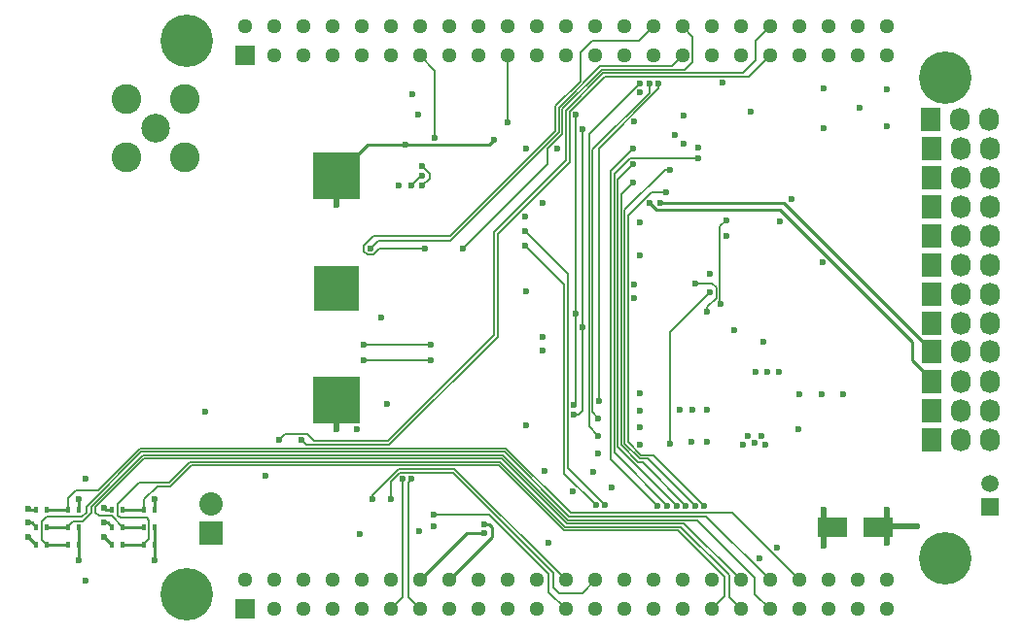
<source format=gbl>
%TF.GenerationSoftware,KiCad,Pcbnew,no-vcs-found-product*%
%TF.CreationDate,2015-07-24T02:24:40+02:00*%
%TF.JobID,robocape,726F626F636170652E6B696361645F70,rev?*%
%TF.FileFunction,Copper,L4,Bot,Signal*%
%FSLAX46Y46*%
G04 Gerber Fmt 4.6, Leading zero omitted, Abs format (unit mm)*
G04 Created by KiCad (PCBNEW no-vcs-found-product) date Fre 24 Jul 2015 02:24:40 CEST*
%MOMM*%
G01*
G04 APERTURE LIST*
%ADD10C,0.100000*%
%ADD11R,4.170000X4.170000*%
%ADD12R,3.960000X3.960000*%
%ADD13R,1.727200X2.032000*%
%ADD14O,1.727200X2.032000*%
%ADD15R,1.500000X1.500000*%
%ADD16C,1.500000*%
%ADD17R,2.499360X1.800860*%
%ADD18C,2.500000*%
%ADD19C,2.600000*%
%ADD20R,2.032000X2.032000*%
%ADD21O,2.032000X2.032000*%
%ADD22R,0.400000X0.600000*%
%ADD23C,4.572000*%
%ADD24R,1.651000X1.651000*%
%ADD25C,1.300480*%
%ADD26C,0.600000*%
%ADD27C,0.250000*%
%ADD28C,0.500000*%
%ADD29C,0.150000*%
%ADD30C,0.254000*%
G04 APERTURE END LIST*
D10*
D11*
X101346000Y-73016000D03*
X101346000Y-53476000D03*
D12*
X101346000Y-63246000D03*
D13*
X153162000Y-76454000D03*
D14*
X155702000Y-76454000D03*
X158242000Y-76454000D03*
D13*
X153162000Y-73900000D03*
D14*
X155702000Y-73900000D03*
X158242000Y-73900000D03*
D13*
X153160000Y-71374000D03*
D14*
X155700000Y-71374000D03*
X158240000Y-71374000D03*
D13*
X153162000Y-68800000D03*
D14*
X155702000Y-68800000D03*
X158242000Y-68800000D03*
D13*
X153162000Y-66294000D03*
D14*
X155702000Y-66294000D03*
X158242000Y-66294000D03*
D13*
X153162000Y-63754000D03*
D14*
X155702000Y-63754000D03*
X158242000Y-63754000D03*
D13*
X153162000Y-61200000D03*
D14*
X155702000Y-61200000D03*
X158242000Y-61200000D03*
D13*
X153162000Y-58674000D03*
D14*
X155702000Y-58674000D03*
X158242000Y-58674000D03*
D13*
X153162000Y-56134000D03*
D14*
X155702000Y-56134000D03*
X158242000Y-56134000D03*
D13*
X153162000Y-53594000D03*
D14*
X155702000Y-53594000D03*
X158242000Y-53594000D03*
D13*
X153162000Y-51054000D03*
D14*
X155702000Y-51054000D03*
X158242000Y-51054000D03*
D13*
X153120000Y-48514000D03*
D14*
X155660000Y-48514000D03*
X158200000Y-48514000D03*
D15*
X158242000Y-82280000D03*
D16*
X158242000Y-80280000D03*
D17*
X148556980Y-84074000D03*
X144559020Y-84074000D03*
D18*
X85598000Y-49276000D03*
D19*
X83058000Y-46736000D03*
X83058000Y-51816000D03*
X88138000Y-51816000D03*
X88138000Y-46736000D03*
D20*
X90424000Y-84582000D03*
D21*
X90424000Y-82042000D03*
D22*
X75242000Y-82550000D03*
X76142000Y-82550000D03*
X78036000Y-82550000D03*
X78936000Y-82550000D03*
X75242000Y-84074000D03*
X76142000Y-84074000D03*
X78036000Y-84074000D03*
X78936000Y-84074000D03*
X75242000Y-85598000D03*
X76142000Y-85598000D03*
X78036000Y-85598000D03*
X78936000Y-85598000D03*
X81846000Y-82550000D03*
X82746000Y-82550000D03*
X84640000Y-82550000D03*
X85540000Y-82550000D03*
X81846000Y-84074000D03*
X82746000Y-84074000D03*
X84640000Y-84074000D03*
X85540000Y-84074000D03*
X81846000Y-85598000D03*
X82746000Y-85598000D03*
X84640000Y-85598000D03*
X85540000Y-85598000D03*
D23*
X154340000Y-86785000D03*
X88300000Y-89960000D03*
X88300000Y-41700000D03*
X154340000Y-44875000D03*
D24*
X93380000Y-91230000D03*
D25*
X93380000Y-88690000D03*
X95920000Y-91230000D03*
X95920000Y-88690000D03*
X98460000Y-91230000D03*
X98460000Y-88690000D03*
X101000000Y-91230000D03*
X101000000Y-88690000D03*
X103540000Y-91230000D03*
X103540000Y-88690000D03*
X106080000Y-91230000D03*
X106080000Y-88690000D03*
X108620000Y-91230000D03*
X108620000Y-88690000D03*
X111160000Y-91230000D03*
X111160000Y-88690000D03*
X113700000Y-91230000D03*
X113700000Y-88690000D03*
X116240000Y-91230000D03*
X116240000Y-88690000D03*
X118780000Y-91230000D03*
X118780000Y-88690000D03*
X121320000Y-91230000D03*
X121320000Y-88690000D03*
X123860000Y-91230000D03*
X123860000Y-88690000D03*
X126400000Y-91230000D03*
X126400000Y-88690000D03*
X128940000Y-91230000D03*
X128940000Y-88690000D03*
X131480000Y-91230000D03*
X131480000Y-88690000D03*
X134020000Y-91230000D03*
X134020000Y-88690000D03*
X136560000Y-91230000D03*
X136560000Y-88690000D03*
X139100000Y-91230000D03*
X139100000Y-88690000D03*
X141640000Y-91230000D03*
X141640000Y-88690000D03*
X144180000Y-91230000D03*
X144180000Y-88690000D03*
X146720000Y-91230000D03*
X146720000Y-88690000D03*
X149260000Y-91230000D03*
X149260000Y-88690000D03*
D24*
X93380000Y-42970000D03*
D25*
X93380000Y-40430000D03*
X95920000Y-42970000D03*
X95920000Y-40430000D03*
X98460000Y-42970000D03*
X98460000Y-40430000D03*
X101000000Y-42970000D03*
X101000000Y-40430000D03*
X103540000Y-42970000D03*
X103540000Y-40430000D03*
X106080000Y-42970000D03*
X106080000Y-40430000D03*
X108620000Y-42970000D03*
X108620000Y-40430000D03*
X111160000Y-42970000D03*
X111160000Y-40430000D03*
X113700000Y-42970000D03*
X113700000Y-40430000D03*
X116240000Y-42970000D03*
X116240000Y-40430000D03*
X118780000Y-42970000D03*
X118780000Y-40430000D03*
X121320000Y-42970000D03*
X121320000Y-40430000D03*
X123860000Y-42970000D03*
X123860000Y-40430000D03*
X126400000Y-42970000D03*
X126400000Y-40430000D03*
X128940000Y-42970000D03*
X128940000Y-40430000D03*
X131480000Y-42970000D03*
X131480000Y-40430000D03*
X134020000Y-42970000D03*
X134020000Y-40430000D03*
X136560000Y-42970000D03*
X136560000Y-40430000D03*
X139100000Y-42970000D03*
X139100000Y-40430000D03*
X141640000Y-42970000D03*
X141640000Y-40430000D03*
X144180000Y-42970000D03*
X144180000Y-40430000D03*
X146720000Y-42970000D03*
X146720000Y-40430000D03*
X149260000Y-42970000D03*
X149260000Y-40430000D03*
D26*
X107350000Y-50699998D03*
X101350000Y-56000000D03*
X101350000Y-75500000D03*
X115100000Y-50300000D03*
X121919521Y-80985756D03*
X141000000Y-55450000D03*
X125300000Y-80650000D03*
X105774990Y-73300000D03*
X135000000Y-45325020D03*
X127800000Y-46150013D03*
X85550000Y-81602998D03*
X85550000Y-86950000D03*
X78950000Y-86950000D03*
X78950000Y-81602998D03*
X127799998Y-57500000D03*
X127825010Y-60350000D03*
X138500000Y-67900000D03*
X143700000Y-61000000D03*
X143800000Y-49300008D03*
X143800000Y-45800000D03*
X141600000Y-75500000D03*
X143800000Y-82600000D03*
X143800000Y-85700000D03*
X137875736Y-70500000D03*
X138900000Y-70500000D03*
X139900000Y-70500000D03*
X133650000Y-76600000D03*
X132300000Y-76600000D03*
X108500000Y-48099994D03*
X106800000Y-54300000D03*
X101800000Y-63000000D03*
X138164930Y-86810000D03*
X137800000Y-76700000D03*
X138400000Y-76100000D03*
X137200000Y-76100000D03*
X138699996Y-76900000D03*
X136800000Y-76899992D03*
X108600000Y-84400000D03*
X103381638Y-84647010D03*
X89953317Y-74046000D03*
X127300000Y-64100000D03*
X117800000Y-57000000D03*
X119300000Y-68700000D03*
X130800004Y-49900000D03*
X117854818Y-51054000D03*
X117856000Y-63499484D03*
X117856000Y-75185151D03*
X119800000Y-85400000D03*
X131600000Y-50600000D03*
X127800000Y-76900000D03*
X127800000Y-75400000D03*
X127800000Y-73900000D03*
X127800000Y-72400000D03*
X79502000Y-88773000D03*
X79502000Y-79883000D03*
X132900004Y-50950000D03*
X124182842Y-77611513D03*
X120550000Y-51050000D03*
X105300000Y-65800000D03*
X135300000Y-58700000D03*
X119500000Y-79200000D03*
X127300000Y-62900000D03*
X133900000Y-62000000D03*
X136000000Y-66900000D03*
X137440002Y-47852998D03*
X140000000Y-57400000D03*
X131600000Y-48200000D03*
X109800000Y-84000000D03*
X103150000Y-75551002D03*
X95200000Y-79600000D03*
X108000000Y-46300000D03*
X143600000Y-72500000D03*
X141700000Y-72500000D03*
X145500000Y-72500000D03*
X139720593Y-85879407D03*
X149300000Y-49100000D03*
X149300000Y-45900000D03*
X146900000Y-47500000D03*
X149300000Y-82600000D03*
X151900000Y-84000000D03*
X149308820Y-85427820D03*
X123700000Y-79285378D03*
X132400000Y-73800000D03*
X133600000Y-73800004D03*
X131300000Y-73800000D03*
X127300000Y-48700000D03*
X119300000Y-55800000D03*
X119300000Y-67500000D03*
X123950000Y-82150000D03*
X117800000Y-59500000D03*
X124750000Y-82150000D03*
X117800000Y-58250000D03*
X114200000Y-84599994D03*
X114200000Y-83800000D03*
X128650000Y-55791044D03*
X116250000Y-48750000D03*
X132650000Y-62800000D03*
X133650000Y-65300000D03*
X109600000Y-69500000D03*
X103750000Y-69500000D03*
X122050000Y-74250000D03*
X122800000Y-66650000D03*
X122800000Y-49400000D03*
X103750000Y-68200000D03*
X109600000Y-68200000D03*
X122050000Y-73400000D03*
X134800000Y-64650000D03*
X135300000Y-57300000D03*
X122200000Y-65500000D03*
X122200000Y-48100000D03*
X129550000Y-55800000D03*
X109950000Y-50100000D03*
X130100000Y-54900000D03*
X133409990Y-82200000D03*
X130400000Y-52900000D03*
X132600000Y-82200000D03*
X127200000Y-54050000D03*
X131800000Y-82200000D03*
X127200000Y-52450000D03*
X131000000Y-82200000D03*
X74500000Y-84900000D03*
X74500000Y-83700000D03*
X74500000Y-82500000D03*
X81100000Y-84900000D03*
X81100000Y-83700000D03*
X81100020Y-82400000D03*
X127800000Y-45350000D03*
X124150000Y-76100000D03*
X128600000Y-45350000D03*
X124181873Y-74562061D03*
X129400000Y-45350000D03*
X124193526Y-73054744D03*
X133900000Y-63600000D03*
X130400000Y-76800000D03*
X96350000Y-76500000D03*
X98350000Y-76500000D03*
X108850000Y-53450000D03*
X107150000Y-79850000D03*
X107913840Y-54286160D03*
X108850000Y-52600000D03*
X107900013Y-79850000D03*
X108863808Y-54286192D03*
X109800000Y-82950000D03*
X104500000Y-81600000D03*
X106100000Y-81600000D03*
X127200000Y-51050000D03*
X129349987Y-82200000D03*
X132900000Y-51900000D03*
X130200000Y-82200000D03*
X109088819Y-59800000D03*
X104300000Y-59800000D03*
X112350000Y-59800000D03*
D27*
X101346000Y-53476000D02*
X101346000Y-53454000D01*
X101346000Y-53454000D02*
X104100000Y-50700000D01*
X104100000Y-50700000D02*
X107349998Y-50700000D01*
X107349998Y-50700000D02*
X107350000Y-50699998D01*
X114700002Y-50699998D02*
X107350000Y-50699998D01*
X115100000Y-50300000D02*
X114700002Y-50699998D01*
D28*
X101346000Y-53476000D02*
X101346000Y-55996000D01*
X101346000Y-55996000D02*
X101350000Y-56000000D01*
X101346000Y-73016000D02*
X101346000Y-75496000D01*
X101346000Y-75496000D02*
X101350000Y-75500000D01*
D27*
X78936000Y-84074000D02*
X78936000Y-85598000D01*
X85540000Y-85598000D02*
X85540000Y-84074000D01*
X85540000Y-82550000D02*
X85540000Y-81612998D01*
X85540000Y-81612998D02*
X85550000Y-81602998D01*
X85540000Y-85598000D02*
X85540000Y-86940000D01*
X85540000Y-86940000D02*
X85550000Y-86950000D01*
X78936000Y-85598000D02*
X78936000Y-86936000D01*
X78936000Y-86936000D02*
X78950000Y-86950000D01*
X78936000Y-82550000D02*
X78936000Y-81616998D01*
X78936000Y-81616998D02*
X78950000Y-81602998D01*
D28*
X144559020Y-84074000D02*
X144485020Y-84000000D01*
X144485020Y-84000000D02*
X143800000Y-84000000D01*
X143800000Y-84000000D02*
X143800000Y-85700000D01*
X144559020Y-84074000D02*
X144533020Y-84100000D01*
X144533020Y-84100000D02*
X143800000Y-84100000D01*
X143800000Y-84100000D02*
X143800000Y-82600000D01*
X149308820Y-85427820D02*
X149308820Y-84825840D01*
X149308820Y-84825840D02*
X148556980Y-84074000D01*
X151900000Y-84000000D02*
X148630980Y-84000000D01*
X148630980Y-84000000D02*
X148556980Y-84074000D01*
X149300000Y-82600000D02*
X149300000Y-83330980D01*
X149300000Y-83330980D02*
X148556980Y-84074000D01*
D29*
X121199990Y-62899990D02*
X117800000Y-59500000D01*
X123950000Y-82150000D02*
X121199990Y-79399990D01*
X121199990Y-79399990D02*
X121199990Y-62899990D01*
X121500000Y-78900000D02*
X124750000Y-82150000D01*
X121500000Y-61950000D02*
X121500000Y-78900000D01*
X117800000Y-58250000D02*
X121500000Y-61950000D01*
D27*
X108620000Y-88690000D02*
X112710006Y-84599994D01*
X112710006Y-84599994D02*
X114200000Y-84599994D01*
X114950000Y-84900000D02*
X114950000Y-84125736D01*
X114950000Y-84125736D02*
X114624264Y-83800000D01*
X114624264Y-83800000D02*
X114200000Y-83800000D01*
X111160000Y-88690000D02*
X114950000Y-84900000D01*
X128650000Y-55791044D02*
X128650000Y-55800000D01*
X128650000Y-55800000D02*
X129225001Y-56375001D01*
X129225001Y-56375001D02*
X139949041Y-56375001D01*
X139949041Y-56375001D02*
X151500000Y-67925960D01*
X151500000Y-67925960D02*
X151500000Y-69561600D01*
X151500000Y-69561600D02*
X153160000Y-71221600D01*
X153160000Y-71221600D02*
X153160000Y-71374000D01*
D29*
X116240000Y-42970000D02*
X116240000Y-48740000D01*
X116240000Y-48740000D02*
X116250000Y-48750000D01*
X133650000Y-65300000D02*
X133650000Y-64875736D01*
X133650000Y-64875736D02*
X134450000Y-64075736D01*
X134450000Y-64075736D02*
X134450000Y-63200000D01*
X134450000Y-63200000D02*
X134050000Y-62800000D01*
X134050000Y-62800000D02*
X132650000Y-62800000D01*
X103750000Y-69500000D02*
X109600000Y-69500000D01*
X122800000Y-73924264D02*
X122474264Y-74250000D01*
X122800000Y-66650000D02*
X122800000Y-73924264D01*
X122474264Y-74250000D02*
X122050000Y-74250000D01*
X122800000Y-49400000D02*
X122800000Y-66650000D01*
X109600000Y-68200000D02*
X103750000Y-68200000D01*
X122200000Y-73250000D02*
X122050000Y-73400000D01*
X122200000Y-65500000D02*
X122200000Y-73250000D01*
X116200000Y-91190000D02*
X116240000Y-91230000D01*
X135300000Y-57300000D02*
X134750000Y-57850000D01*
X134750000Y-57850000D02*
X134750000Y-64600000D01*
X134750000Y-64600000D02*
X134800000Y-64650000D01*
X122200000Y-48100000D02*
X122200000Y-65500000D01*
D27*
X129550000Y-55800000D02*
X140314400Y-55800000D01*
X140314400Y-55800000D02*
X153162000Y-68647600D01*
X153162000Y-68647600D02*
X153162000Y-68800000D01*
D29*
X108620000Y-42970000D02*
X109950000Y-44300000D01*
X109950000Y-44300000D02*
X109950000Y-50100000D01*
X129009990Y-77800000D02*
X127900000Y-77800000D01*
X126774999Y-76674999D02*
X126774999Y-56889043D01*
X128764042Y-54900000D02*
X130100000Y-54900000D01*
X133409990Y-82200000D02*
X129009990Y-77800000D01*
X127900000Y-77800000D02*
X126774999Y-76674999D01*
X126774999Y-56889043D02*
X128764042Y-54900000D01*
X129975736Y-52900000D02*
X130400000Y-52900000D01*
X126474989Y-76799267D02*
X126474989Y-56400747D01*
X132600000Y-82200000D02*
X128500010Y-78100010D01*
X127775731Y-78100009D02*
X126474989Y-76799267D01*
X128500010Y-78100010D02*
X127775731Y-78100009D01*
X126474989Y-56400747D02*
X129975736Y-52900000D01*
X126174980Y-55075020D02*
X127200000Y-54050000D01*
X128000019Y-78400019D02*
X127651462Y-78400018D01*
X131800000Y-82200000D02*
X128000019Y-78400019D01*
X127651462Y-78400018D02*
X126174979Y-76923535D01*
X126174979Y-76923535D02*
X126174980Y-55075020D01*
X131000000Y-82200000D02*
X125874969Y-77074969D01*
X125874969Y-77074969D02*
X125874969Y-53775031D01*
X125874969Y-53775031D02*
X127200000Y-52450000D01*
D27*
X74500000Y-84900000D02*
X74544000Y-84900000D01*
X74544000Y-84900000D02*
X75242000Y-85598000D01*
X74500000Y-83700000D02*
X74868000Y-83700000D01*
X74868000Y-83700000D02*
X75242000Y-84074000D01*
X75242000Y-82550000D02*
X74550000Y-82550000D01*
X74550000Y-82550000D02*
X74500000Y-82500000D01*
X81100000Y-84900000D02*
X81148000Y-84900000D01*
X81148000Y-84900000D02*
X81846000Y-85598000D01*
X81100000Y-83700000D02*
X81472000Y-83700000D01*
X81472000Y-83700000D02*
X81846000Y-84074000D01*
X81250020Y-82550000D02*
X81100020Y-82400000D01*
X81846000Y-82550000D02*
X81250020Y-82550000D01*
D29*
X123368516Y-49781484D02*
X127800000Y-45350000D01*
X123368516Y-75318516D02*
X123368516Y-49781484D01*
X124150000Y-76100000D02*
X123368516Y-75318516D01*
X128600000Y-46198720D02*
X128600000Y-45350000D01*
X123668525Y-51130195D02*
X128600000Y-46198720D01*
X123668525Y-74048713D02*
X123668525Y-51130195D01*
X124181873Y-74562061D02*
X123668525Y-74048713D01*
X124193526Y-51029472D02*
X129400000Y-45822998D01*
X124193526Y-73054744D02*
X124193526Y-51029472D01*
X129400000Y-45822998D02*
X129400000Y-45350000D01*
X133900000Y-63600000D02*
X130400000Y-67100000D01*
X130400000Y-67100000D02*
X130400000Y-76800000D01*
X136750000Y-44500000D02*
X137850000Y-43400000D01*
X115050000Y-58350000D02*
X121350000Y-52050000D01*
X105850000Y-76550000D02*
X115050000Y-67350000D01*
X121350000Y-52050000D02*
X121350000Y-47750000D01*
X115050000Y-67350000D02*
X115050000Y-58350000D01*
X137850000Y-41680000D02*
X139100000Y-40430000D01*
X130798556Y-44500000D02*
X136750000Y-44500000D01*
X130798536Y-44500020D02*
X130798556Y-44500000D01*
X99400000Y-76550000D02*
X105850000Y-76550000D01*
X96875001Y-75974999D02*
X98824999Y-75974999D01*
X96350000Y-76500000D02*
X96875001Y-75974999D01*
X124599980Y-44500020D02*
X130798536Y-44500020D01*
X137850000Y-43400000D02*
X137850000Y-41680000D01*
X121350000Y-47750000D02*
X124599980Y-44500020D01*
X98824999Y-75974999D02*
X99400000Y-76550000D01*
X130922824Y-44800010D02*
X137269990Y-44800010D01*
X124724248Y-44800030D02*
X130922805Y-44800029D01*
X121674999Y-47849279D02*
X124724248Y-44800030D01*
X137269990Y-44800010D02*
X139100000Y-42970000D01*
X121674999Y-52225001D02*
X121674999Y-47849279D01*
X98350000Y-76500000D02*
X98749944Y-76899944D01*
X105950056Y-76899944D02*
X115400000Y-67450000D01*
X98749944Y-76899944D02*
X105950056Y-76899944D01*
X115400000Y-58500000D02*
X121674999Y-52225001D01*
X130922805Y-44800029D02*
X130922824Y-44800010D01*
X115400000Y-67450000D02*
X115400000Y-58500000D01*
X108850000Y-53350000D02*
X108850000Y-53450000D01*
X107913840Y-54286160D02*
X108850000Y-53350000D01*
X107150000Y-90160000D02*
X107150000Y-79850000D01*
X106080000Y-91230000D02*
X107150000Y-90160000D01*
X109500000Y-53250000D02*
X108850000Y-52600000D01*
X109500000Y-53650000D02*
X109500000Y-53250000D01*
X108863808Y-54286192D02*
X109500000Y-53650000D01*
X107600014Y-80149999D02*
X107900013Y-79850000D01*
X107600014Y-90210014D02*
X107600014Y-80149999D01*
X108620000Y-91230000D02*
X107600014Y-90210014D01*
X141640000Y-88690000D02*
X135799964Y-82849964D01*
X135799964Y-82849964D02*
X121771352Y-82849963D01*
X80600000Y-80850000D02*
X78700000Y-80850000D01*
X121771352Y-82849963D02*
X116121342Y-77199954D01*
X116121342Y-77199954D02*
X84250046Y-77199954D01*
X84250046Y-77199954D02*
X80600000Y-80850000D01*
X78036000Y-81514000D02*
X78036000Y-82550000D01*
X78700000Y-80850000D02*
X78036000Y-81514000D01*
D30*
X76142000Y-82550000D02*
X78036000Y-82550000D01*
D29*
X78036000Y-84074000D02*
X78036000Y-83974000D01*
X80000000Y-82850000D02*
X80000000Y-82298722D01*
X80000000Y-82298722D02*
X84498751Y-77799971D01*
X78036000Y-83974000D02*
X78461001Y-83548999D01*
X84498751Y-77799971D02*
X115872806Y-77799972D01*
X78461001Y-83548999D02*
X79301001Y-83548999D01*
X137800000Y-89930000D02*
X139100000Y-91230000D01*
X79301001Y-83548999D02*
X80000000Y-82850000D01*
X131598538Y-83449982D02*
X131598564Y-83450008D01*
X115872806Y-77799972D02*
X121522815Y-83449981D01*
X121522815Y-83449981D02*
X131598538Y-83449982D01*
X131598564Y-83450008D02*
X132800008Y-83450008D01*
X132800008Y-83450008D02*
X137800000Y-88450000D01*
X137800000Y-88450000D02*
X137800000Y-89930000D01*
D30*
X76142000Y-84074000D02*
X78036000Y-84074000D01*
D29*
X139100000Y-88690000D02*
X133559973Y-83149973D01*
X79225722Y-83150000D02*
X76150000Y-83150000D01*
X133559973Y-83149973D02*
X121647084Y-83149972D01*
X121647084Y-83149972D02*
X115997073Y-77499963D01*
X115997073Y-77499963D02*
X84374482Y-77499962D01*
X84374482Y-77499962D02*
X79600000Y-82274444D01*
X76150000Y-83150000D02*
X75700000Y-83600000D01*
X79600000Y-82274444D02*
X79600000Y-82775722D01*
X79600000Y-82775722D02*
X79225722Y-83150000D01*
X75700000Y-83600000D02*
X75700000Y-85156000D01*
X75700000Y-85156000D02*
X76142000Y-85598000D01*
D30*
X76142000Y-85598000D02*
X78036000Y-85598000D01*
D29*
X134020000Y-91230000D02*
X135150000Y-90100000D01*
X131100000Y-84350000D02*
X121150000Y-84350000D01*
X135150000Y-90100000D02*
X135150000Y-88400000D01*
X86924268Y-80500020D02*
X85799980Y-80500020D01*
X85799980Y-80500020D02*
X84640000Y-81660000D01*
X135150000Y-88400000D02*
X131100000Y-84350000D01*
X121150000Y-84350000D02*
X115500000Y-78700000D01*
X115500000Y-78700000D02*
X88724288Y-78700000D01*
X88724288Y-78700000D02*
X86924268Y-80500020D01*
X84640000Y-81660000D02*
X84640000Y-82550000D01*
D30*
X82746000Y-82550000D02*
X84640000Y-82550000D01*
D29*
X82746000Y-84074000D02*
X82746000Y-84046000D01*
X82746000Y-84046000D02*
X81775001Y-83075001D01*
X81775001Y-83075001D02*
X80675001Y-83075001D01*
X80400000Y-82800000D02*
X80400000Y-82322998D01*
X80675001Y-83075001D02*
X80400000Y-82800000D01*
X80400000Y-82322998D02*
X84623018Y-78099980D01*
X84623018Y-78099980D02*
X115748537Y-78099981D01*
X131474295Y-83750017D02*
X131620018Y-83750018D01*
X115748537Y-78099981D02*
X121398546Y-83749990D01*
X121398546Y-83749990D02*
X131474269Y-83749991D01*
X131474269Y-83749991D02*
X131474295Y-83750017D01*
X131620018Y-83750018D02*
X136560000Y-88690000D01*
D30*
X82746000Y-84074000D02*
X84640000Y-84074000D01*
D29*
X84640000Y-85598000D02*
X84640000Y-85560000D01*
X82320999Y-82069999D02*
X84190988Y-80200010D01*
X84640000Y-85560000D02*
X85065001Y-85134999D01*
X85065001Y-85134999D02*
X85065001Y-83465001D01*
X85065001Y-83465001D02*
X84850000Y-83250000D01*
X84850000Y-83250000D02*
X82540998Y-83250000D01*
X88600020Y-78399990D02*
X115624268Y-78399990D01*
X82540998Y-83250000D02*
X82320999Y-83030001D01*
X82320999Y-83030001D02*
X82320999Y-82069999D01*
X86800000Y-80200010D02*
X88600020Y-78399990D01*
X135550000Y-88250000D02*
X135550000Y-90220000D01*
X84190988Y-80200010D02*
X86800000Y-80200010D01*
X115624268Y-78399990D02*
X121274278Y-84050000D01*
X121274278Y-84050000D02*
X131350000Y-84050000D01*
X131350000Y-84050000D02*
X135550000Y-88250000D01*
X135550000Y-90220000D02*
X136560000Y-91230000D01*
X84640000Y-85598000D02*
X84640000Y-85498000D01*
D30*
X82746000Y-85598000D02*
X84640000Y-85598000D01*
D29*
X109800000Y-82950000D02*
X114650000Y-82950000D01*
X114650000Y-82950000D02*
X119850000Y-88150000D01*
X119850000Y-89760000D02*
X121320000Y-91230000D01*
X119850000Y-88150000D02*
X119850000Y-89760000D01*
X104500000Y-81600000D02*
X104500000Y-81298720D01*
X104500000Y-81298720D02*
X106798710Y-79000010D01*
X106798710Y-79000010D02*
X111630010Y-79000010D01*
X111630010Y-79000010D02*
X121320000Y-88690000D01*
X106100000Y-81600000D02*
X106100000Y-80122998D01*
X122750000Y-89800000D02*
X123860000Y-88690000D01*
X106100000Y-80122998D02*
X106897999Y-79324999D01*
X106897999Y-79324999D02*
X111524999Y-79324999D01*
X111524999Y-79324999D02*
X120250000Y-88050000D01*
X120250000Y-88050000D02*
X120250000Y-89300000D01*
X120250000Y-89300000D02*
X120750000Y-89800000D01*
X120750000Y-89800000D02*
X122750000Y-89800000D01*
X129349987Y-82200000D02*
X129349987Y-82199987D01*
X129349987Y-82199987D02*
X125274949Y-78124949D01*
X125274949Y-52975051D02*
X127200000Y-51050000D01*
X125274949Y-78124949D02*
X125274949Y-52975051D01*
X126972998Y-51900000D02*
X132900000Y-51900000D01*
X125574959Y-53298039D02*
X126972998Y-51900000D01*
X130200000Y-82200000D02*
X125574959Y-77574959D01*
X125574959Y-77574959D02*
X125574959Y-53298039D01*
X109088819Y-59800000D02*
X105077002Y-59800000D01*
X127720000Y-41650000D02*
X128940000Y-40430000D01*
X105077002Y-59800000D02*
X104552001Y-60325001D01*
X104552001Y-60325001D02*
X104047999Y-60325001D01*
X104047999Y-60325001D02*
X103774999Y-60052001D01*
X111274442Y-58700000D02*
X120449970Y-49524472D01*
X103774999Y-60052001D02*
X103774999Y-59547999D01*
X123600000Y-41650000D02*
X127720000Y-41650000D01*
X103774999Y-59547999D02*
X104622998Y-58700000D01*
X104622998Y-58700000D02*
X111274442Y-58700000D01*
X120449970Y-49524472D02*
X120449971Y-47375751D01*
X120449971Y-47375751D02*
X122600000Y-45225722D01*
X122600000Y-45225722D02*
X122600000Y-42650000D01*
X122600000Y-42650000D02*
X123600000Y-41650000D01*
X104300000Y-59800000D02*
X105000000Y-59100000D01*
X130550000Y-43900000D02*
X131480000Y-42970000D01*
X105000000Y-59100000D02*
X111298720Y-59100000D01*
X120749980Y-49648740D02*
X120749980Y-47500020D01*
X111298720Y-59100000D02*
X120749980Y-49648740D01*
X120749980Y-47500020D02*
X124350000Y-43900000D01*
X124350000Y-43900000D02*
X130550000Y-43900000D01*
X131700010Y-44199990D02*
X130674288Y-44199990D01*
X119750000Y-52400000D02*
X112350000Y-59800000D01*
X119750000Y-51072998D02*
X119750000Y-52400000D01*
X121049990Y-49773008D02*
X119750000Y-51072998D01*
X124475712Y-44200010D02*
X121049990Y-47625732D01*
X130674288Y-44199990D02*
X130674268Y-44200010D01*
X132355241Y-43544759D02*
X131700010Y-44199990D01*
X131480000Y-40430000D02*
X132355241Y-41305241D01*
X132355241Y-41305241D02*
X132355241Y-43544759D01*
X121049990Y-47625732D02*
X121049990Y-49773008D01*
X130674268Y-44200010D02*
X124475712Y-44200010D01*
M02*

</source>
